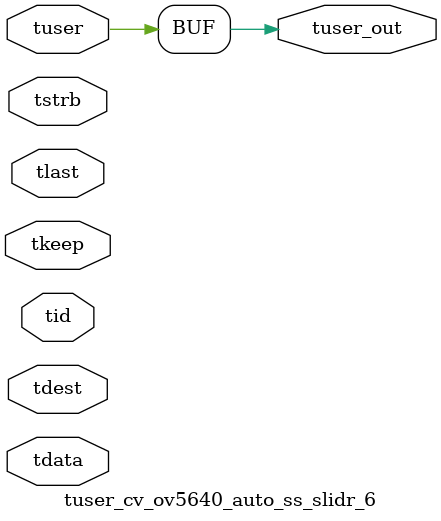
<source format=v>


`timescale 1ps/1ps

module tuser_cv_ov5640_auto_ss_slidr_6 #
(
parameter C_S_AXIS_TUSER_WIDTH = 1,
parameter C_S_AXIS_TDATA_WIDTH = 32,
parameter C_S_AXIS_TID_WIDTH   = 0,
parameter C_S_AXIS_TDEST_WIDTH = 0,
parameter C_M_AXIS_TUSER_WIDTH = 1
)
(
input  [(C_S_AXIS_TUSER_WIDTH == 0 ? 1 : C_S_AXIS_TUSER_WIDTH)-1:0     ] tuser,
input  [(C_S_AXIS_TDATA_WIDTH == 0 ? 1 : C_S_AXIS_TDATA_WIDTH)-1:0     ] tdata,
input  [(C_S_AXIS_TID_WIDTH   == 0 ? 1 : C_S_AXIS_TID_WIDTH)-1:0       ] tid,
input  [(C_S_AXIS_TDEST_WIDTH == 0 ? 1 : C_S_AXIS_TDEST_WIDTH)-1:0     ] tdest,
input  [(C_S_AXIS_TDATA_WIDTH/8)-1:0 ] tkeep,
input  [(C_S_AXIS_TDATA_WIDTH/8)-1:0 ] tstrb,
input                                                                    tlast,
output [C_M_AXIS_TUSER_WIDTH-1:0] tuser_out
);

assign tuser_out = {tuser[0:0]};

endmodule


</source>
